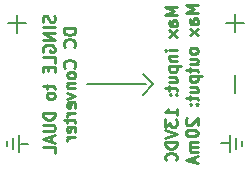
<source format=gbr>
G04 #@! TF.FileFunction,Legend,Bot*
%FSLAX46Y46*%
G04 Gerber Fmt 4.6, Leading zero omitted, Abs format (unit mm)*
G04 Created by KiCad (PCBNEW 4.0.7) date Saturday, 05 May 2018 'PMt' 13:54:56*
%MOMM*%
%LPD*%
G01*
G04 APERTURE LIST*
%ADD10C,0.100000*%
%ADD11C,0.200000*%
%ADD12C,0.250000*%
G04 APERTURE END LIST*
D10*
D11*
X81153000Y-62801500D02*
X81153000Y-64198500D01*
X99028250Y-64166750D02*
X99028250Y-62769750D01*
X99536250Y-63912750D02*
X99536250Y-63023750D01*
X100044250Y-63658750D02*
X100044250Y-63277750D01*
X98927000Y-63468250D02*
X98269750Y-63468250D01*
X99421950Y-57677050D02*
X99421950Y-59201050D01*
X100177600Y-53327300D02*
X98653600Y-53327300D01*
X99421950Y-52533550D02*
X99421950Y-54057550D01*
X80956150Y-52584350D02*
X80956150Y-54108350D01*
X81288500Y-63500000D02*
X81927000Y-63500000D01*
X80137000Y-63309500D02*
X80137000Y-63690500D01*
X80645000Y-63055500D02*
X80645000Y-63944500D01*
X81711800Y-53327300D02*
X80187800Y-53327300D01*
X92519500Y-58483500D02*
X91630500Y-59372500D01*
X92519500Y-58483500D02*
X91630500Y-57594500D01*
X86920500Y-58483500D02*
X91920500Y-58483500D01*
D12*
X94509881Y-51967619D02*
X93509881Y-51967619D01*
X94224167Y-52300953D01*
X93509881Y-52634286D01*
X94509881Y-52634286D01*
X94509881Y-53539048D02*
X93986071Y-53539048D01*
X93890833Y-53491429D01*
X93843214Y-53396191D01*
X93843214Y-53205714D01*
X93890833Y-53110476D01*
X94462262Y-53539048D02*
X94509881Y-53443810D01*
X94509881Y-53205714D01*
X94462262Y-53110476D01*
X94367024Y-53062857D01*
X94271786Y-53062857D01*
X94176548Y-53110476D01*
X94128929Y-53205714D01*
X94128929Y-53443810D01*
X94081310Y-53539048D01*
X94509881Y-53920000D02*
X93843214Y-54443810D01*
X93843214Y-53920000D02*
X94509881Y-54443810D01*
X94509881Y-55586667D02*
X93843214Y-55586667D01*
X93509881Y-55586667D02*
X93557500Y-55539048D01*
X93605119Y-55586667D01*
X93557500Y-55634286D01*
X93509881Y-55586667D01*
X93605119Y-55586667D01*
X93843214Y-56062857D02*
X94509881Y-56062857D01*
X93938452Y-56062857D02*
X93890833Y-56110476D01*
X93843214Y-56205714D01*
X93843214Y-56348572D01*
X93890833Y-56443810D01*
X93986071Y-56491429D01*
X94509881Y-56491429D01*
X93843214Y-56967619D02*
X94843214Y-56967619D01*
X93890833Y-56967619D02*
X93843214Y-57062857D01*
X93843214Y-57253334D01*
X93890833Y-57348572D01*
X93938452Y-57396191D01*
X94033690Y-57443810D01*
X94319405Y-57443810D01*
X94414643Y-57396191D01*
X94462262Y-57348572D01*
X94509881Y-57253334D01*
X94509881Y-57062857D01*
X94462262Y-56967619D01*
X93843214Y-58300953D02*
X94509881Y-58300953D01*
X93843214Y-57872381D02*
X94367024Y-57872381D01*
X94462262Y-57920000D01*
X94509881Y-58015238D01*
X94509881Y-58158096D01*
X94462262Y-58253334D01*
X94414643Y-58300953D01*
X93843214Y-58634286D02*
X93843214Y-59015238D01*
X93509881Y-58777143D02*
X94367024Y-58777143D01*
X94462262Y-58824762D01*
X94509881Y-58920000D01*
X94509881Y-59015238D01*
X94414643Y-59348572D02*
X94462262Y-59396191D01*
X94509881Y-59348572D01*
X94462262Y-59300953D01*
X94414643Y-59348572D01*
X94509881Y-59348572D01*
X93890833Y-59348572D02*
X93938452Y-59396191D01*
X93986071Y-59348572D01*
X93938452Y-59300953D01*
X93890833Y-59348572D01*
X93986071Y-59348572D01*
X94509881Y-61110477D02*
X94509881Y-60539048D01*
X94509881Y-60824762D02*
X93509881Y-60824762D01*
X93652738Y-60729524D01*
X93747976Y-60634286D01*
X93795595Y-60539048D01*
X93509881Y-61443810D02*
X93509881Y-62062858D01*
X93890833Y-61729524D01*
X93890833Y-61872382D01*
X93938452Y-61967620D01*
X93986071Y-62015239D01*
X94081310Y-62062858D01*
X94319405Y-62062858D01*
X94414643Y-62015239D01*
X94462262Y-61967620D01*
X94509881Y-61872382D01*
X94509881Y-61586667D01*
X94462262Y-61491429D01*
X94414643Y-61443810D01*
X93509881Y-62348572D02*
X94509881Y-62681905D01*
X93509881Y-63015239D01*
X94509881Y-63348572D02*
X93509881Y-63348572D01*
X93509881Y-63586667D01*
X93557500Y-63729525D01*
X93652738Y-63824763D01*
X93747976Y-63872382D01*
X93938452Y-63920001D01*
X94081310Y-63920001D01*
X94271786Y-63872382D01*
X94367024Y-63824763D01*
X94462262Y-63729525D01*
X94509881Y-63586667D01*
X94509881Y-63348572D01*
X94414643Y-64920001D02*
X94462262Y-64872382D01*
X94509881Y-64729525D01*
X94509881Y-64634287D01*
X94462262Y-64491429D01*
X94367024Y-64396191D01*
X94271786Y-64348572D01*
X94081310Y-64300953D01*
X93938452Y-64300953D01*
X93747976Y-64348572D01*
X93652738Y-64396191D01*
X93557500Y-64491429D01*
X93509881Y-64634287D01*
X93509881Y-64729525D01*
X93557500Y-64872382D01*
X93605119Y-64920001D01*
X96259881Y-51800952D02*
X95259881Y-51800952D01*
X95974167Y-52134286D01*
X95259881Y-52467619D01*
X96259881Y-52467619D01*
X96259881Y-53372381D02*
X95736071Y-53372381D01*
X95640833Y-53324762D01*
X95593214Y-53229524D01*
X95593214Y-53039047D01*
X95640833Y-52943809D01*
X96212262Y-53372381D02*
X96259881Y-53277143D01*
X96259881Y-53039047D01*
X96212262Y-52943809D01*
X96117024Y-52896190D01*
X96021786Y-52896190D01*
X95926548Y-52943809D01*
X95878929Y-53039047D01*
X95878929Y-53277143D01*
X95831310Y-53372381D01*
X96259881Y-53753333D02*
X95593214Y-54277143D01*
X95593214Y-53753333D02*
X96259881Y-54277143D01*
X96259881Y-55562857D02*
X96212262Y-55467619D01*
X96164643Y-55420000D01*
X96069405Y-55372381D01*
X95783690Y-55372381D01*
X95688452Y-55420000D01*
X95640833Y-55467619D01*
X95593214Y-55562857D01*
X95593214Y-55705715D01*
X95640833Y-55800953D01*
X95688452Y-55848572D01*
X95783690Y-55896191D01*
X96069405Y-55896191D01*
X96164643Y-55848572D01*
X96212262Y-55800953D01*
X96259881Y-55705715D01*
X96259881Y-55562857D01*
X95593214Y-56753334D02*
X96259881Y-56753334D01*
X95593214Y-56324762D02*
X96117024Y-56324762D01*
X96212262Y-56372381D01*
X96259881Y-56467619D01*
X96259881Y-56610477D01*
X96212262Y-56705715D01*
X96164643Y-56753334D01*
X95593214Y-57086667D02*
X95593214Y-57467619D01*
X95259881Y-57229524D02*
X96117024Y-57229524D01*
X96212262Y-57277143D01*
X96259881Y-57372381D01*
X96259881Y-57467619D01*
X95593214Y-57800953D02*
X96593214Y-57800953D01*
X95640833Y-57800953D02*
X95593214Y-57896191D01*
X95593214Y-58086668D01*
X95640833Y-58181906D01*
X95688452Y-58229525D01*
X95783690Y-58277144D01*
X96069405Y-58277144D01*
X96164643Y-58229525D01*
X96212262Y-58181906D01*
X96259881Y-58086668D01*
X96259881Y-57896191D01*
X96212262Y-57800953D01*
X95593214Y-59134287D02*
X96259881Y-59134287D01*
X95593214Y-58705715D02*
X96117024Y-58705715D01*
X96212262Y-58753334D01*
X96259881Y-58848572D01*
X96259881Y-58991430D01*
X96212262Y-59086668D01*
X96164643Y-59134287D01*
X95593214Y-59467620D02*
X95593214Y-59848572D01*
X95259881Y-59610477D02*
X96117024Y-59610477D01*
X96212262Y-59658096D01*
X96259881Y-59753334D01*
X96259881Y-59848572D01*
X96164643Y-60181906D02*
X96212262Y-60229525D01*
X96259881Y-60181906D01*
X96212262Y-60134287D01*
X96164643Y-60181906D01*
X96259881Y-60181906D01*
X95640833Y-60181906D02*
X95688452Y-60229525D01*
X95736071Y-60181906D01*
X95688452Y-60134287D01*
X95640833Y-60181906D01*
X95736071Y-60181906D01*
X95355119Y-61372382D02*
X95307500Y-61420001D01*
X95259881Y-61515239D01*
X95259881Y-61753335D01*
X95307500Y-61848573D01*
X95355119Y-61896192D01*
X95450357Y-61943811D01*
X95545595Y-61943811D01*
X95688452Y-61896192D01*
X96259881Y-61324763D01*
X96259881Y-61943811D01*
X95259881Y-62562858D02*
X95259881Y-62658097D01*
X95307500Y-62753335D01*
X95355119Y-62800954D01*
X95450357Y-62848573D01*
X95640833Y-62896192D01*
X95878929Y-62896192D01*
X96069405Y-62848573D01*
X96164643Y-62800954D01*
X96212262Y-62753335D01*
X96259881Y-62658097D01*
X96259881Y-62562858D01*
X96212262Y-62467620D01*
X96164643Y-62420001D01*
X96069405Y-62372382D01*
X95878929Y-62324763D01*
X95640833Y-62324763D01*
X95450357Y-62372382D01*
X95355119Y-62420001D01*
X95307500Y-62467620D01*
X95259881Y-62562858D01*
X96259881Y-63324763D02*
X95593214Y-63324763D01*
X95688452Y-63324763D02*
X95640833Y-63372382D01*
X95593214Y-63467620D01*
X95593214Y-63610478D01*
X95640833Y-63705716D01*
X95736071Y-63753335D01*
X96259881Y-63753335D01*
X95736071Y-63753335D02*
X95640833Y-63800954D01*
X95593214Y-63896192D01*
X95593214Y-64039049D01*
X95640833Y-64134287D01*
X95736071Y-64181906D01*
X96259881Y-64181906D01*
X95974167Y-64610477D02*
X95974167Y-65086668D01*
X96259881Y-64515239D02*
X95259881Y-64848572D01*
X96259881Y-65181906D01*
X84111762Y-52658095D02*
X84159381Y-52800952D01*
X84159381Y-53039048D01*
X84111762Y-53134286D01*
X84064143Y-53181905D01*
X83968905Y-53229524D01*
X83873667Y-53229524D01*
X83778429Y-53181905D01*
X83730810Y-53134286D01*
X83683190Y-53039048D01*
X83635571Y-52848571D01*
X83587952Y-52753333D01*
X83540333Y-52705714D01*
X83445095Y-52658095D01*
X83349857Y-52658095D01*
X83254619Y-52705714D01*
X83207000Y-52753333D01*
X83159381Y-52848571D01*
X83159381Y-53086667D01*
X83207000Y-53229524D01*
X84159381Y-53658095D02*
X83159381Y-53658095D01*
X84159381Y-54134285D02*
X83159381Y-54134285D01*
X84159381Y-54705714D01*
X83159381Y-54705714D01*
X83207000Y-55705714D02*
X83159381Y-55610476D01*
X83159381Y-55467619D01*
X83207000Y-55324761D01*
X83302238Y-55229523D01*
X83397476Y-55181904D01*
X83587952Y-55134285D01*
X83730810Y-55134285D01*
X83921286Y-55181904D01*
X84016524Y-55229523D01*
X84111762Y-55324761D01*
X84159381Y-55467619D01*
X84159381Y-55562857D01*
X84111762Y-55705714D01*
X84064143Y-55753333D01*
X83730810Y-55753333D01*
X83730810Y-55562857D01*
X84159381Y-56658095D02*
X84159381Y-56181904D01*
X83159381Y-56181904D01*
X83635571Y-56991428D02*
X83635571Y-57324762D01*
X84159381Y-57467619D02*
X84159381Y-56991428D01*
X83159381Y-56991428D01*
X83159381Y-57467619D01*
X83492714Y-58515238D02*
X83492714Y-58896190D01*
X83159381Y-58658095D02*
X84016524Y-58658095D01*
X84111762Y-58705714D01*
X84159381Y-58800952D01*
X84159381Y-58896190D01*
X84159381Y-59372381D02*
X84111762Y-59277143D01*
X84064143Y-59229524D01*
X83968905Y-59181905D01*
X83683190Y-59181905D01*
X83587952Y-59229524D01*
X83540333Y-59277143D01*
X83492714Y-59372381D01*
X83492714Y-59515239D01*
X83540333Y-59610477D01*
X83587952Y-59658096D01*
X83683190Y-59705715D01*
X83968905Y-59705715D01*
X84064143Y-59658096D01*
X84111762Y-59610477D01*
X84159381Y-59515239D01*
X84159381Y-59372381D01*
X84159381Y-60896191D02*
X83159381Y-60896191D01*
X83159381Y-61134286D01*
X83207000Y-61277144D01*
X83302238Y-61372382D01*
X83397476Y-61420001D01*
X83587952Y-61467620D01*
X83730810Y-61467620D01*
X83921286Y-61420001D01*
X84016524Y-61372382D01*
X84111762Y-61277144D01*
X84159381Y-61134286D01*
X84159381Y-60896191D01*
X83159381Y-61896191D02*
X83968905Y-61896191D01*
X84064143Y-61943810D01*
X84111762Y-61991429D01*
X84159381Y-62086667D01*
X84159381Y-62277144D01*
X84111762Y-62372382D01*
X84064143Y-62420001D01*
X83968905Y-62467620D01*
X83159381Y-62467620D01*
X83873667Y-62896191D02*
X83873667Y-63372382D01*
X84159381Y-62800953D02*
X83159381Y-63134286D01*
X84159381Y-63467620D01*
X84159381Y-64277144D02*
X84159381Y-63800953D01*
X83159381Y-63800953D01*
X85909381Y-53729523D02*
X84909381Y-53729523D01*
X84909381Y-53967618D01*
X84957000Y-54110476D01*
X85052238Y-54205714D01*
X85147476Y-54253333D01*
X85337952Y-54300952D01*
X85480810Y-54300952D01*
X85671286Y-54253333D01*
X85766524Y-54205714D01*
X85861762Y-54110476D01*
X85909381Y-53967618D01*
X85909381Y-53729523D01*
X85814143Y-55300952D02*
X85861762Y-55253333D01*
X85909381Y-55110476D01*
X85909381Y-55015238D01*
X85861762Y-54872380D01*
X85766524Y-54777142D01*
X85671286Y-54729523D01*
X85480810Y-54681904D01*
X85337952Y-54681904D01*
X85147476Y-54729523D01*
X85052238Y-54777142D01*
X84957000Y-54872380D01*
X84909381Y-55015238D01*
X84909381Y-55110476D01*
X84957000Y-55253333D01*
X85004619Y-55300952D01*
X85814143Y-57062857D02*
X85861762Y-57015238D01*
X85909381Y-56872381D01*
X85909381Y-56777143D01*
X85861762Y-56634285D01*
X85766524Y-56539047D01*
X85671286Y-56491428D01*
X85480810Y-56443809D01*
X85337952Y-56443809D01*
X85147476Y-56491428D01*
X85052238Y-56539047D01*
X84957000Y-56634285D01*
X84909381Y-56777143D01*
X84909381Y-56872381D01*
X84957000Y-57015238D01*
X85004619Y-57062857D01*
X85909381Y-57634285D02*
X85861762Y-57539047D01*
X85814143Y-57491428D01*
X85718905Y-57443809D01*
X85433190Y-57443809D01*
X85337952Y-57491428D01*
X85290333Y-57539047D01*
X85242714Y-57634285D01*
X85242714Y-57777143D01*
X85290333Y-57872381D01*
X85337952Y-57920000D01*
X85433190Y-57967619D01*
X85718905Y-57967619D01*
X85814143Y-57920000D01*
X85861762Y-57872381D01*
X85909381Y-57777143D01*
X85909381Y-57634285D01*
X85242714Y-58396190D02*
X85909381Y-58396190D01*
X85337952Y-58396190D02*
X85290333Y-58443809D01*
X85242714Y-58539047D01*
X85242714Y-58681905D01*
X85290333Y-58777143D01*
X85385571Y-58824762D01*
X85909381Y-58824762D01*
X85242714Y-59205714D02*
X85909381Y-59443809D01*
X85242714Y-59681905D01*
X85861762Y-60443810D02*
X85909381Y-60348572D01*
X85909381Y-60158095D01*
X85861762Y-60062857D01*
X85766524Y-60015238D01*
X85385571Y-60015238D01*
X85290333Y-60062857D01*
X85242714Y-60158095D01*
X85242714Y-60348572D01*
X85290333Y-60443810D01*
X85385571Y-60491429D01*
X85480810Y-60491429D01*
X85576048Y-60015238D01*
X85909381Y-60920000D02*
X85242714Y-60920000D01*
X85433190Y-60920000D02*
X85337952Y-60967619D01*
X85290333Y-61015238D01*
X85242714Y-61110476D01*
X85242714Y-61205715D01*
X85242714Y-61396191D02*
X85242714Y-61777143D01*
X84909381Y-61539048D02*
X85766524Y-61539048D01*
X85861762Y-61586667D01*
X85909381Y-61681905D01*
X85909381Y-61777143D01*
X85861762Y-62491430D02*
X85909381Y-62396192D01*
X85909381Y-62205715D01*
X85861762Y-62110477D01*
X85766524Y-62062858D01*
X85385571Y-62062858D01*
X85290333Y-62110477D01*
X85242714Y-62205715D01*
X85242714Y-62396192D01*
X85290333Y-62491430D01*
X85385571Y-62539049D01*
X85480810Y-62539049D01*
X85576048Y-62062858D01*
X85909381Y-62967620D02*
X85242714Y-62967620D01*
X85433190Y-62967620D02*
X85337952Y-63015239D01*
X85290333Y-63062858D01*
X85242714Y-63158096D01*
X85242714Y-63253335D01*
M02*

</source>
